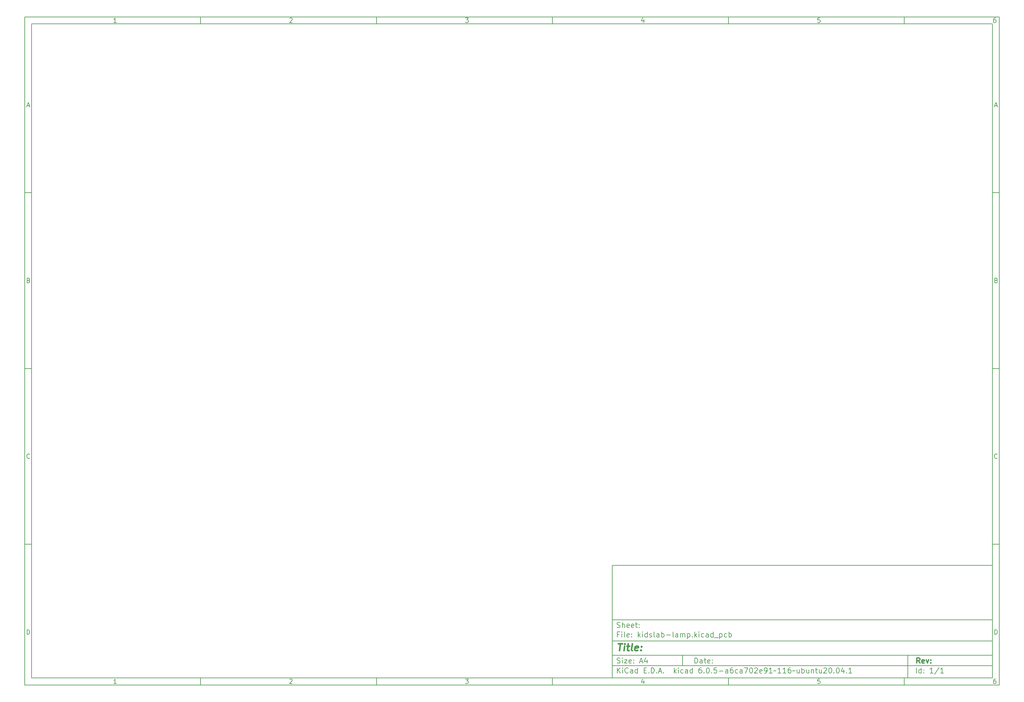
<source format=gbr>
%TF.GenerationSoftware,KiCad,Pcbnew,6.0.5-a6ca702e91~116~ubuntu20.04.1*%
%TF.CreationDate,2022-05-23T12:48:00+02:00*%
%TF.ProjectId,kidslab-lamp,6b696473-6c61-4622-9d6c-616d702e6b69,rev?*%
%TF.SameCoordinates,Original*%
%TF.FileFunction,Paste,Bot*%
%TF.FilePolarity,Positive*%
%FSLAX46Y46*%
G04 Gerber Fmt 4.6, Leading zero omitted, Abs format (unit mm)*
G04 Created by KiCad (PCBNEW 6.0.5-a6ca702e91~116~ubuntu20.04.1) date 2022-05-23 12:48:00*
%MOMM*%
%LPD*%
G01*
G04 APERTURE LIST*
%ADD10C,0.100000*%
%ADD11C,0.150000*%
%ADD12C,0.300000*%
%ADD13C,0.400000*%
G04 APERTURE END LIST*
D10*
D11*
X177002200Y-166007200D02*
X177002200Y-198007200D01*
X285002200Y-198007200D01*
X285002200Y-166007200D01*
X177002200Y-166007200D01*
D10*
D11*
X10000000Y-10000000D02*
X10000000Y-200007200D01*
X287002200Y-200007200D01*
X287002200Y-10000000D01*
X10000000Y-10000000D01*
D10*
D11*
X12000000Y-12000000D02*
X12000000Y-198007200D01*
X285002200Y-198007200D01*
X285002200Y-12000000D01*
X12000000Y-12000000D01*
D10*
D11*
X60000000Y-12000000D02*
X60000000Y-10000000D01*
D10*
D11*
X110000000Y-12000000D02*
X110000000Y-10000000D01*
D10*
D11*
X160000000Y-12000000D02*
X160000000Y-10000000D01*
D10*
D11*
X210000000Y-12000000D02*
X210000000Y-10000000D01*
D10*
D11*
X260000000Y-12000000D02*
X260000000Y-10000000D01*
D10*
D11*
X36065476Y-11588095D02*
X35322619Y-11588095D01*
X35694047Y-11588095D02*
X35694047Y-10288095D01*
X35570238Y-10473809D01*
X35446428Y-10597619D01*
X35322619Y-10659523D01*
D10*
D11*
X85322619Y-10411904D02*
X85384523Y-10350000D01*
X85508333Y-10288095D01*
X85817857Y-10288095D01*
X85941666Y-10350000D01*
X86003571Y-10411904D01*
X86065476Y-10535714D01*
X86065476Y-10659523D01*
X86003571Y-10845238D01*
X85260714Y-11588095D01*
X86065476Y-11588095D01*
D10*
D11*
X135260714Y-10288095D02*
X136065476Y-10288095D01*
X135632142Y-10783333D01*
X135817857Y-10783333D01*
X135941666Y-10845238D01*
X136003571Y-10907142D01*
X136065476Y-11030952D01*
X136065476Y-11340476D01*
X136003571Y-11464285D01*
X135941666Y-11526190D01*
X135817857Y-11588095D01*
X135446428Y-11588095D01*
X135322619Y-11526190D01*
X135260714Y-11464285D01*
D10*
D11*
X185941666Y-10721428D02*
X185941666Y-11588095D01*
X185632142Y-10226190D02*
X185322619Y-11154761D01*
X186127380Y-11154761D01*
D10*
D11*
X236003571Y-10288095D02*
X235384523Y-10288095D01*
X235322619Y-10907142D01*
X235384523Y-10845238D01*
X235508333Y-10783333D01*
X235817857Y-10783333D01*
X235941666Y-10845238D01*
X236003571Y-10907142D01*
X236065476Y-11030952D01*
X236065476Y-11340476D01*
X236003571Y-11464285D01*
X235941666Y-11526190D01*
X235817857Y-11588095D01*
X235508333Y-11588095D01*
X235384523Y-11526190D01*
X235322619Y-11464285D01*
D10*
D11*
X285941666Y-10288095D02*
X285694047Y-10288095D01*
X285570238Y-10350000D01*
X285508333Y-10411904D01*
X285384523Y-10597619D01*
X285322619Y-10845238D01*
X285322619Y-11340476D01*
X285384523Y-11464285D01*
X285446428Y-11526190D01*
X285570238Y-11588095D01*
X285817857Y-11588095D01*
X285941666Y-11526190D01*
X286003571Y-11464285D01*
X286065476Y-11340476D01*
X286065476Y-11030952D01*
X286003571Y-10907142D01*
X285941666Y-10845238D01*
X285817857Y-10783333D01*
X285570238Y-10783333D01*
X285446428Y-10845238D01*
X285384523Y-10907142D01*
X285322619Y-11030952D01*
D10*
D11*
X60000000Y-198007200D02*
X60000000Y-200007200D01*
D10*
D11*
X110000000Y-198007200D02*
X110000000Y-200007200D01*
D10*
D11*
X160000000Y-198007200D02*
X160000000Y-200007200D01*
D10*
D11*
X210000000Y-198007200D02*
X210000000Y-200007200D01*
D10*
D11*
X260000000Y-198007200D02*
X260000000Y-200007200D01*
D10*
D11*
X36065476Y-199595295D02*
X35322619Y-199595295D01*
X35694047Y-199595295D02*
X35694047Y-198295295D01*
X35570238Y-198481009D01*
X35446428Y-198604819D01*
X35322619Y-198666723D01*
D10*
D11*
X85322619Y-198419104D02*
X85384523Y-198357200D01*
X85508333Y-198295295D01*
X85817857Y-198295295D01*
X85941666Y-198357200D01*
X86003571Y-198419104D01*
X86065476Y-198542914D01*
X86065476Y-198666723D01*
X86003571Y-198852438D01*
X85260714Y-199595295D01*
X86065476Y-199595295D01*
D10*
D11*
X135260714Y-198295295D02*
X136065476Y-198295295D01*
X135632142Y-198790533D01*
X135817857Y-198790533D01*
X135941666Y-198852438D01*
X136003571Y-198914342D01*
X136065476Y-199038152D01*
X136065476Y-199347676D01*
X136003571Y-199471485D01*
X135941666Y-199533390D01*
X135817857Y-199595295D01*
X135446428Y-199595295D01*
X135322619Y-199533390D01*
X135260714Y-199471485D01*
D10*
D11*
X185941666Y-198728628D02*
X185941666Y-199595295D01*
X185632142Y-198233390D02*
X185322619Y-199161961D01*
X186127380Y-199161961D01*
D10*
D11*
X236003571Y-198295295D02*
X235384523Y-198295295D01*
X235322619Y-198914342D01*
X235384523Y-198852438D01*
X235508333Y-198790533D01*
X235817857Y-198790533D01*
X235941666Y-198852438D01*
X236003571Y-198914342D01*
X236065476Y-199038152D01*
X236065476Y-199347676D01*
X236003571Y-199471485D01*
X235941666Y-199533390D01*
X235817857Y-199595295D01*
X235508333Y-199595295D01*
X235384523Y-199533390D01*
X235322619Y-199471485D01*
D10*
D11*
X285941666Y-198295295D02*
X285694047Y-198295295D01*
X285570238Y-198357200D01*
X285508333Y-198419104D01*
X285384523Y-198604819D01*
X285322619Y-198852438D01*
X285322619Y-199347676D01*
X285384523Y-199471485D01*
X285446428Y-199533390D01*
X285570238Y-199595295D01*
X285817857Y-199595295D01*
X285941666Y-199533390D01*
X286003571Y-199471485D01*
X286065476Y-199347676D01*
X286065476Y-199038152D01*
X286003571Y-198914342D01*
X285941666Y-198852438D01*
X285817857Y-198790533D01*
X285570238Y-198790533D01*
X285446428Y-198852438D01*
X285384523Y-198914342D01*
X285322619Y-199038152D01*
D10*
D11*
X10000000Y-60000000D02*
X12000000Y-60000000D01*
D10*
D11*
X10000000Y-110000000D02*
X12000000Y-110000000D01*
D10*
D11*
X10000000Y-160000000D02*
X12000000Y-160000000D01*
D10*
D11*
X10690476Y-35216666D02*
X11309523Y-35216666D01*
X10566666Y-35588095D02*
X11000000Y-34288095D01*
X11433333Y-35588095D01*
D10*
D11*
X11092857Y-84907142D02*
X11278571Y-84969047D01*
X11340476Y-85030952D01*
X11402380Y-85154761D01*
X11402380Y-85340476D01*
X11340476Y-85464285D01*
X11278571Y-85526190D01*
X11154761Y-85588095D01*
X10659523Y-85588095D01*
X10659523Y-84288095D01*
X11092857Y-84288095D01*
X11216666Y-84350000D01*
X11278571Y-84411904D01*
X11340476Y-84535714D01*
X11340476Y-84659523D01*
X11278571Y-84783333D01*
X11216666Y-84845238D01*
X11092857Y-84907142D01*
X10659523Y-84907142D01*
D10*
D11*
X11402380Y-135464285D02*
X11340476Y-135526190D01*
X11154761Y-135588095D01*
X11030952Y-135588095D01*
X10845238Y-135526190D01*
X10721428Y-135402380D01*
X10659523Y-135278571D01*
X10597619Y-135030952D01*
X10597619Y-134845238D01*
X10659523Y-134597619D01*
X10721428Y-134473809D01*
X10845238Y-134350000D01*
X11030952Y-134288095D01*
X11154761Y-134288095D01*
X11340476Y-134350000D01*
X11402380Y-134411904D01*
D10*
D11*
X10659523Y-185588095D02*
X10659523Y-184288095D01*
X10969047Y-184288095D01*
X11154761Y-184350000D01*
X11278571Y-184473809D01*
X11340476Y-184597619D01*
X11402380Y-184845238D01*
X11402380Y-185030952D01*
X11340476Y-185278571D01*
X11278571Y-185402380D01*
X11154761Y-185526190D01*
X10969047Y-185588095D01*
X10659523Y-185588095D01*
D10*
D11*
X287002200Y-60000000D02*
X285002200Y-60000000D01*
D10*
D11*
X287002200Y-110000000D02*
X285002200Y-110000000D01*
D10*
D11*
X287002200Y-160000000D02*
X285002200Y-160000000D01*
D10*
D11*
X285692676Y-35216666D02*
X286311723Y-35216666D01*
X285568866Y-35588095D02*
X286002200Y-34288095D01*
X286435533Y-35588095D01*
D10*
D11*
X286095057Y-84907142D02*
X286280771Y-84969047D01*
X286342676Y-85030952D01*
X286404580Y-85154761D01*
X286404580Y-85340476D01*
X286342676Y-85464285D01*
X286280771Y-85526190D01*
X286156961Y-85588095D01*
X285661723Y-85588095D01*
X285661723Y-84288095D01*
X286095057Y-84288095D01*
X286218866Y-84350000D01*
X286280771Y-84411904D01*
X286342676Y-84535714D01*
X286342676Y-84659523D01*
X286280771Y-84783333D01*
X286218866Y-84845238D01*
X286095057Y-84907142D01*
X285661723Y-84907142D01*
D10*
D11*
X286404580Y-135464285D02*
X286342676Y-135526190D01*
X286156961Y-135588095D01*
X286033152Y-135588095D01*
X285847438Y-135526190D01*
X285723628Y-135402380D01*
X285661723Y-135278571D01*
X285599819Y-135030952D01*
X285599819Y-134845238D01*
X285661723Y-134597619D01*
X285723628Y-134473809D01*
X285847438Y-134350000D01*
X286033152Y-134288095D01*
X286156961Y-134288095D01*
X286342676Y-134350000D01*
X286404580Y-134411904D01*
D10*
D11*
X285661723Y-185588095D02*
X285661723Y-184288095D01*
X285971247Y-184288095D01*
X286156961Y-184350000D01*
X286280771Y-184473809D01*
X286342676Y-184597619D01*
X286404580Y-184845238D01*
X286404580Y-185030952D01*
X286342676Y-185278571D01*
X286280771Y-185402380D01*
X286156961Y-185526190D01*
X285971247Y-185588095D01*
X285661723Y-185588095D01*
D10*
D11*
X200434342Y-193785771D02*
X200434342Y-192285771D01*
X200791485Y-192285771D01*
X201005771Y-192357200D01*
X201148628Y-192500057D01*
X201220057Y-192642914D01*
X201291485Y-192928628D01*
X201291485Y-193142914D01*
X201220057Y-193428628D01*
X201148628Y-193571485D01*
X201005771Y-193714342D01*
X200791485Y-193785771D01*
X200434342Y-193785771D01*
X202577200Y-193785771D02*
X202577200Y-193000057D01*
X202505771Y-192857200D01*
X202362914Y-192785771D01*
X202077200Y-192785771D01*
X201934342Y-192857200D01*
X202577200Y-193714342D02*
X202434342Y-193785771D01*
X202077200Y-193785771D01*
X201934342Y-193714342D01*
X201862914Y-193571485D01*
X201862914Y-193428628D01*
X201934342Y-193285771D01*
X202077200Y-193214342D01*
X202434342Y-193214342D01*
X202577200Y-193142914D01*
X203077200Y-192785771D02*
X203648628Y-192785771D01*
X203291485Y-192285771D02*
X203291485Y-193571485D01*
X203362914Y-193714342D01*
X203505771Y-193785771D01*
X203648628Y-193785771D01*
X204720057Y-193714342D02*
X204577200Y-193785771D01*
X204291485Y-193785771D01*
X204148628Y-193714342D01*
X204077200Y-193571485D01*
X204077200Y-193000057D01*
X204148628Y-192857200D01*
X204291485Y-192785771D01*
X204577200Y-192785771D01*
X204720057Y-192857200D01*
X204791485Y-193000057D01*
X204791485Y-193142914D01*
X204077200Y-193285771D01*
X205434342Y-193642914D02*
X205505771Y-193714342D01*
X205434342Y-193785771D01*
X205362914Y-193714342D01*
X205434342Y-193642914D01*
X205434342Y-193785771D01*
X205434342Y-192857200D02*
X205505771Y-192928628D01*
X205434342Y-193000057D01*
X205362914Y-192928628D01*
X205434342Y-192857200D01*
X205434342Y-193000057D01*
D10*
D11*
X177002200Y-194507200D02*
X285002200Y-194507200D01*
D10*
D11*
X178434342Y-196585771D02*
X178434342Y-195085771D01*
X179291485Y-196585771D02*
X178648628Y-195728628D01*
X179291485Y-195085771D02*
X178434342Y-195942914D01*
X179934342Y-196585771D02*
X179934342Y-195585771D01*
X179934342Y-195085771D02*
X179862914Y-195157200D01*
X179934342Y-195228628D01*
X180005771Y-195157200D01*
X179934342Y-195085771D01*
X179934342Y-195228628D01*
X181505771Y-196442914D02*
X181434342Y-196514342D01*
X181220057Y-196585771D01*
X181077200Y-196585771D01*
X180862914Y-196514342D01*
X180720057Y-196371485D01*
X180648628Y-196228628D01*
X180577200Y-195942914D01*
X180577200Y-195728628D01*
X180648628Y-195442914D01*
X180720057Y-195300057D01*
X180862914Y-195157200D01*
X181077200Y-195085771D01*
X181220057Y-195085771D01*
X181434342Y-195157200D01*
X181505771Y-195228628D01*
X182791485Y-196585771D02*
X182791485Y-195800057D01*
X182720057Y-195657200D01*
X182577200Y-195585771D01*
X182291485Y-195585771D01*
X182148628Y-195657200D01*
X182791485Y-196514342D02*
X182648628Y-196585771D01*
X182291485Y-196585771D01*
X182148628Y-196514342D01*
X182077200Y-196371485D01*
X182077200Y-196228628D01*
X182148628Y-196085771D01*
X182291485Y-196014342D01*
X182648628Y-196014342D01*
X182791485Y-195942914D01*
X184148628Y-196585771D02*
X184148628Y-195085771D01*
X184148628Y-196514342D02*
X184005771Y-196585771D01*
X183720057Y-196585771D01*
X183577200Y-196514342D01*
X183505771Y-196442914D01*
X183434342Y-196300057D01*
X183434342Y-195871485D01*
X183505771Y-195728628D01*
X183577200Y-195657200D01*
X183720057Y-195585771D01*
X184005771Y-195585771D01*
X184148628Y-195657200D01*
X186005771Y-195800057D02*
X186505771Y-195800057D01*
X186720057Y-196585771D02*
X186005771Y-196585771D01*
X186005771Y-195085771D01*
X186720057Y-195085771D01*
X187362914Y-196442914D02*
X187434342Y-196514342D01*
X187362914Y-196585771D01*
X187291485Y-196514342D01*
X187362914Y-196442914D01*
X187362914Y-196585771D01*
X188077200Y-196585771D02*
X188077200Y-195085771D01*
X188434342Y-195085771D01*
X188648628Y-195157200D01*
X188791485Y-195300057D01*
X188862914Y-195442914D01*
X188934342Y-195728628D01*
X188934342Y-195942914D01*
X188862914Y-196228628D01*
X188791485Y-196371485D01*
X188648628Y-196514342D01*
X188434342Y-196585771D01*
X188077200Y-196585771D01*
X189577200Y-196442914D02*
X189648628Y-196514342D01*
X189577200Y-196585771D01*
X189505771Y-196514342D01*
X189577200Y-196442914D01*
X189577200Y-196585771D01*
X190220057Y-196157200D02*
X190934342Y-196157200D01*
X190077200Y-196585771D02*
X190577200Y-195085771D01*
X191077200Y-196585771D01*
X191577200Y-196442914D02*
X191648628Y-196514342D01*
X191577200Y-196585771D01*
X191505771Y-196514342D01*
X191577200Y-196442914D01*
X191577200Y-196585771D01*
X194577200Y-196585771D02*
X194577200Y-195085771D01*
X194720057Y-196014342D02*
X195148628Y-196585771D01*
X195148628Y-195585771D02*
X194577200Y-196157200D01*
X195791485Y-196585771D02*
X195791485Y-195585771D01*
X195791485Y-195085771D02*
X195720057Y-195157200D01*
X195791485Y-195228628D01*
X195862914Y-195157200D01*
X195791485Y-195085771D01*
X195791485Y-195228628D01*
X197148628Y-196514342D02*
X197005771Y-196585771D01*
X196720057Y-196585771D01*
X196577200Y-196514342D01*
X196505771Y-196442914D01*
X196434342Y-196300057D01*
X196434342Y-195871485D01*
X196505771Y-195728628D01*
X196577200Y-195657200D01*
X196720057Y-195585771D01*
X197005771Y-195585771D01*
X197148628Y-195657200D01*
X198434342Y-196585771D02*
X198434342Y-195800057D01*
X198362914Y-195657200D01*
X198220057Y-195585771D01*
X197934342Y-195585771D01*
X197791485Y-195657200D01*
X198434342Y-196514342D02*
X198291485Y-196585771D01*
X197934342Y-196585771D01*
X197791485Y-196514342D01*
X197720057Y-196371485D01*
X197720057Y-196228628D01*
X197791485Y-196085771D01*
X197934342Y-196014342D01*
X198291485Y-196014342D01*
X198434342Y-195942914D01*
X199791485Y-196585771D02*
X199791485Y-195085771D01*
X199791485Y-196514342D02*
X199648628Y-196585771D01*
X199362914Y-196585771D01*
X199220057Y-196514342D01*
X199148628Y-196442914D01*
X199077200Y-196300057D01*
X199077200Y-195871485D01*
X199148628Y-195728628D01*
X199220057Y-195657200D01*
X199362914Y-195585771D01*
X199648628Y-195585771D01*
X199791485Y-195657200D01*
X202291485Y-195085771D02*
X202005771Y-195085771D01*
X201862914Y-195157200D01*
X201791485Y-195228628D01*
X201648628Y-195442914D01*
X201577200Y-195728628D01*
X201577200Y-196300057D01*
X201648628Y-196442914D01*
X201720057Y-196514342D01*
X201862914Y-196585771D01*
X202148628Y-196585771D01*
X202291485Y-196514342D01*
X202362914Y-196442914D01*
X202434342Y-196300057D01*
X202434342Y-195942914D01*
X202362914Y-195800057D01*
X202291485Y-195728628D01*
X202148628Y-195657200D01*
X201862914Y-195657200D01*
X201720057Y-195728628D01*
X201648628Y-195800057D01*
X201577200Y-195942914D01*
X203077200Y-196442914D02*
X203148628Y-196514342D01*
X203077200Y-196585771D01*
X203005771Y-196514342D01*
X203077200Y-196442914D01*
X203077200Y-196585771D01*
X204077200Y-195085771D02*
X204220057Y-195085771D01*
X204362914Y-195157200D01*
X204434342Y-195228628D01*
X204505771Y-195371485D01*
X204577200Y-195657200D01*
X204577200Y-196014342D01*
X204505771Y-196300057D01*
X204434342Y-196442914D01*
X204362914Y-196514342D01*
X204220057Y-196585771D01*
X204077200Y-196585771D01*
X203934342Y-196514342D01*
X203862914Y-196442914D01*
X203791485Y-196300057D01*
X203720057Y-196014342D01*
X203720057Y-195657200D01*
X203791485Y-195371485D01*
X203862914Y-195228628D01*
X203934342Y-195157200D01*
X204077200Y-195085771D01*
X205220057Y-196442914D02*
X205291485Y-196514342D01*
X205220057Y-196585771D01*
X205148628Y-196514342D01*
X205220057Y-196442914D01*
X205220057Y-196585771D01*
X206648628Y-195085771D02*
X205934342Y-195085771D01*
X205862914Y-195800057D01*
X205934342Y-195728628D01*
X206077200Y-195657200D01*
X206434342Y-195657200D01*
X206577200Y-195728628D01*
X206648628Y-195800057D01*
X206720057Y-195942914D01*
X206720057Y-196300057D01*
X206648628Y-196442914D01*
X206577200Y-196514342D01*
X206434342Y-196585771D01*
X206077200Y-196585771D01*
X205934342Y-196514342D01*
X205862914Y-196442914D01*
X207362914Y-196014342D02*
X208505771Y-196014342D01*
X209862914Y-196585771D02*
X209862914Y-195800057D01*
X209791485Y-195657200D01*
X209648628Y-195585771D01*
X209362914Y-195585771D01*
X209220057Y-195657200D01*
X209862914Y-196514342D02*
X209720057Y-196585771D01*
X209362914Y-196585771D01*
X209220057Y-196514342D01*
X209148628Y-196371485D01*
X209148628Y-196228628D01*
X209220057Y-196085771D01*
X209362914Y-196014342D01*
X209720057Y-196014342D01*
X209862914Y-195942914D01*
X211220057Y-195085771D02*
X210934342Y-195085771D01*
X210791485Y-195157200D01*
X210720057Y-195228628D01*
X210577200Y-195442914D01*
X210505771Y-195728628D01*
X210505771Y-196300057D01*
X210577200Y-196442914D01*
X210648628Y-196514342D01*
X210791485Y-196585771D01*
X211077200Y-196585771D01*
X211220057Y-196514342D01*
X211291485Y-196442914D01*
X211362914Y-196300057D01*
X211362914Y-195942914D01*
X211291485Y-195800057D01*
X211220057Y-195728628D01*
X211077200Y-195657200D01*
X210791485Y-195657200D01*
X210648628Y-195728628D01*
X210577200Y-195800057D01*
X210505771Y-195942914D01*
X212648628Y-196514342D02*
X212505771Y-196585771D01*
X212220057Y-196585771D01*
X212077200Y-196514342D01*
X212005771Y-196442914D01*
X211934342Y-196300057D01*
X211934342Y-195871485D01*
X212005771Y-195728628D01*
X212077200Y-195657200D01*
X212220057Y-195585771D01*
X212505771Y-195585771D01*
X212648628Y-195657200D01*
X213934342Y-196585771D02*
X213934342Y-195800057D01*
X213862914Y-195657200D01*
X213720057Y-195585771D01*
X213434342Y-195585771D01*
X213291485Y-195657200D01*
X213934342Y-196514342D02*
X213791485Y-196585771D01*
X213434342Y-196585771D01*
X213291485Y-196514342D01*
X213220057Y-196371485D01*
X213220057Y-196228628D01*
X213291485Y-196085771D01*
X213434342Y-196014342D01*
X213791485Y-196014342D01*
X213934342Y-195942914D01*
X214505771Y-195085771D02*
X215505771Y-195085771D01*
X214862914Y-196585771D01*
X216362914Y-195085771D02*
X216505771Y-195085771D01*
X216648628Y-195157200D01*
X216720057Y-195228628D01*
X216791485Y-195371485D01*
X216862914Y-195657200D01*
X216862914Y-196014342D01*
X216791485Y-196300057D01*
X216720057Y-196442914D01*
X216648628Y-196514342D01*
X216505771Y-196585771D01*
X216362914Y-196585771D01*
X216220057Y-196514342D01*
X216148628Y-196442914D01*
X216077200Y-196300057D01*
X216005771Y-196014342D01*
X216005771Y-195657200D01*
X216077200Y-195371485D01*
X216148628Y-195228628D01*
X216220057Y-195157200D01*
X216362914Y-195085771D01*
X217434342Y-195228628D02*
X217505771Y-195157200D01*
X217648628Y-195085771D01*
X218005771Y-195085771D01*
X218148628Y-195157200D01*
X218220057Y-195228628D01*
X218291485Y-195371485D01*
X218291485Y-195514342D01*
X218220057Y-195728628D01*
X217362914Y-196585771D01*
X218291485Y-196585771D01*
X219505771Y-196514342D02*
X219362914Y-196585771D01*
X219077200Y-196585771D01*
X218934342Y-196514342D01*
X218862914Y-196371485D01*
X218862914Y-195800057D01*
X218934342Y-195657200D01*
X219077200Y-195585771D01*
X219362914Y-195585771D01*
X219505771Y-195657200D01*
X219577200Y-195800057D01*
X219577200Y-195942914D01*
X218862914Y-196085771D01*
X220291485Y-196585771D02*
X220577200Y-196585771D01*
X220720057Y-196514342D01*
X220791485Y-196442914D01*
X220934342Y-196228628D01*
X221005771Y-195942914D01*
X221005771Y-195371485D01*
X220934342Y-195228628D01*
X220862914Y-195157200D01*
X220720057Y-195085771D01*
X220434342Y-195085771D01*
X220291485Y-195157200D01*
X220220057Y-195228628D01*
X220148628Y-195371485D01*
X220148628Y-195728628D01*
X220220057Y-195871485D01*
X220291485Y-195942914D01*
X220434342Y-196014342D01*
X220720057Y-196014342D01*
X220862914Y-195942914D01*
X220934342Y-195871485D01*
X221005771Y-195728628D01*
X222434342Y-196585771D02*
X221577199Y-196585771D01*
X222005771Y-196585771D02*
X222005771Y-195085771D01*
X221862914Y-195300057D01*
X221720057Y-195442914D01*
X221577199Y-195514342D01*
X222862914Y-196014342D02*
X222934342Y-195942914D01*
X223077199Y-195871485D01*
X223362914Y-196014342D01*
X223505771Y-195942914D01*
X223577199Y-195871485D01*
X224934342Y-196585771D02*
X224077199Y-196585771D01*
X224505771Y-196585771D02*
X224505771Y-195085771D01*
X224362914Y-195300057D01*
X224220057Y-195442914D01*
X224077199Y-195514342D01*
X226362914Y-196585771D02*
X225505771Y-196585771D01*
X225934342Y-196585771D02*
X225934342Y-195085771D01*
X225791485Y-195300057D01*
X225648628Y-195442914D01*
X225505771Y-195514342D01*
X227648628Y-195085771D02*
X227362914Y-195085771D01*
X227220057Y-195157200D01*
X227148628Y-195228628D01*
X227005771Y-195442914D01*
X226934342Y-195728628D01*
X226934342Y-196300057D01*
X227005771Y-196442914D01*
X227077199Y-196514342D01*
X227220057Y-196585771D01*
X227505771Y-196585771D01*
X227648628Y-196514342D01*
X227720057Y-196442914D01*
X227791485Y-196300057D01*
X227791485Y-195942914D01*
X227720057Y-195800057D01*
X227648628Y-195728628D01*
X227505771Y-195657200D01*
X227220057Y-195657200D01*
X227077199Y-195728628D01*
X227005771Y-195800057D01*
X226934342Y-195942914D01*
X228220057Y-196014342D02*
X228291485Y-195942914D01*
X228434342Y-195871485D01*
X228720057Y-196014342D01*
X228862914Y-195942914D01*
X228934342Y-195871485D01*
X230148628Y-195585771D02*
X230148628Y-196585771D01*
X229505771Y-195585771D02*
X229505771Y-196371485D01*
X229577199Y-196514342D01*
X229720057Y-196585771D01*
X229934342Y-196585771D01*
X230077199Y-196514342D01*
X230148628Y-196442914D01*
X230862914Y-196585771D02*
X230862914Y-195085771D01*
X230862914Y-195657200D02*
X231005771Y-195585771D01*
X231291485Y-195585771D01*
X231434342Y-195657200D01*
X231505771Y-195728628D01*
X231577199Y-195871485D01*
X231577199Y-196300057D01*
X231505771Y-196442914D01*
X231434342Y-196514342D01*
X231291485Y-196585771D01*
X231005771Y-196585771D01*
X230862914Y-196514342D01*
X232862914Y-195585771D02*
X232862914Y-196585771D01*
X232220057Y-195585771D02*
X232220057Y-196371485D01*
X232291485Y-196514342D01*
X232434342Y-196585771D01*
X232648628Y-196585771D01*
X232791485Y-196514342D01*
X232862914Y-196442914D01*
X233577199Y-195585771D02*
X233577199Y-196585771D01*
X233577199Y-195728628D02*
X233648628Y-195657200D01*
X233791485Y-195585771D01*
X234005771Y-195585771D01*
X234148628Y-195657200D01*
X234220057Y-195800057D01*
X234220057Y-196585771D01*
X234720057Y-195585771D02*
X235291485Y-195585771D01*
X234934342Y-195085771D02*
X234934342Y-196371485D01*
X235005771Y-196514342D01*
X235148628Y-196585771D01*
X235291485Y-196585771D01*
X236434342Y-195585771D02*
X236434342Y-196585771D01*
X235791485Y-195585771D02*
X235791485Y-196371485D01*
X235862914Y-196514342D01*
X236005771Y-196585771D01*
X236220057Y-196585771D01*
X236362914Y-196514342D01*
X236434342Y-196442914D01*
X237077199Y-195228628D02*
X237148628Y-195157200D01*
X237291485Y-195085771D01*
X237648628Y-195085771D01*
X237791485Y-195157200D01*
X237862914Y-195228628D01*
X237934342Y-195371485D01*
X237934342Y-195514342D01*
X237862914Y-195728628D01*
X237005771Y-196585771D01*
X237934342Y-196585771D01*
X238862914Y-195085771D02*
X239005771Y-195085771D01*
X239148628Y-195157200D01*
X239220057Y-195228628D01*
X239291485Y-195371485D01*
X239362914Y-195657200D01*
X239362914Y-196014342D01*
X239291485Y-196300057D01*
X239220057Y-196442914D01*
X239148628Y-196514342D01*
X239005771Y-196585771D01*
X238862914Y-196585771D01*
X238720057Y-196514342D01*
X238648628Y-196442914D01*
X238577199Y-196300057D01*
X238505771Y-196014342D01*
X238505771Y-195657200D01*
X238577199Y-195371485D01*
X238648628Y-195228628D01*
X238720057Y-195157200D01*
X238862914Y-195085771D01*
X240005771Y-196442914D02*
X240077199Y-196514342D01*
X240005771Y-196585771D01*
X239934342Y-196514342D01*
X240005771Y-196442914D01*
X240005771Y-196585771D01*
X241005771Y-195085771D02*
X241148628Y-195085771D01*
X241291485Y-195157200D01*
X241362914Y-195228628D01*
X241434342Y-195371485D01*
X241505771Y-195657200D01*
X241505771Y-196014342D01*
X241434342Y-196300057D01*
X241362914Y-196442914D01*
X241291485Y-196514342D01*
X241148628Y-196585771D01*
X241005771Y-196585771D01*
X240862914Y-196514342D01*
X240791485Y-196442914D01*
X240720057Y-196300057D01*
X240648628Y-196014342D01*
X240648628Y-195657200D01*
X240720057Y-195371485D01*
X240791485Y-195228628D01*
X240862914Y-195157200D01*
X241005771Y-195085771D01*
X242791485Y-195585771D02*
X242791485Y-196585771D01*
X242434342Y-195014342D02*
X242077199Y-196085771D01*
X243005771Y-196085771D01*
X243577199Y-196442914D02*
X243648628Y-196514342D01*
X243577199Y-196585771D01*
X243505771Y-196514342D01*
X243577199Y-196442914D01*
X243577199Y-196585771D01*
X245077199Y-196585771D02*
X244220057Y-196585771D01*
X244648628Y-196585771D02*
X244648628Y-195085771D01*
X244505771Y-195300057D01*
X244362914Y-195442914D01*
X244220057Y-195514342D01*
D10*
D11*
X177002200Y-191507200D02*
X285002200Y-191507200D01*
D10*
D12*
X264411485Y-193785771D02*
X263911485Y-193071485D01*
X263554342Y-193785771D02*
X263554342Y-192285771D01*
X264125771Y-192285771D01*
X264268628Y-192357200D01*
X264340057Y-192428628D01*
X264411485Y-192571485D01*
X264411485Y-192785771D01*
X264340057Y-192928628D01*
X264268628Y-193000057D01*
X264125771Y-193071485D01*
X263554342Y-193071485D01*
X265625771Y-193714342D02*
X265482914Y-193785771D01*
X265197200Y-193785771D01*
X265054342Y-193714342D01*
X264982914Y-193571485D01*
X264982914Y-193000057D01*
X265054342Y-192857200D01*
X265197200Y-192785771D01*
X265482914Y-192785771D01*
X265625771Y-192857200D01*
X265697200Y-193000057D01*
X265697200Y-193142914D01*
X264982914Y-193285771D01*
X266197200Y-192785771D02*
X266554342Y-193785771D01*
X266911485Y-192785771D01*
X267482914Y-193642914D02*
X267554342Y-193714342D01*
X267482914Y-193785771D01*
X267411485Y-193714342D01*
X267482914Y-193642914D01*
X267482914Y-193785771D01*
X267482914Y-192857200D02*
X267554342Y-192928628D01*
X267482914Y-193000057D01*
X267411485Y-192928628D01*
X267482914Y-192857200D01*
X267482914Y-193000057D01*
D10*
D11*
X178362914Y-193714342D02*
X178577200Y-193785771D01*
X178934342Y-193785771D01*
X179077200Y-193714342D01*
X179148628Y-193642914D01*
X179220057Y-193500057D01*
X179220057Y-193357200D01*
X179148628Y-193214342D01*
X179077200Y-193142914D01*
X178934342Y-193071485D01*
X178648628Y-193000057D01*
X178505771Y-192928628D01*
X178434342Y-192857200D01*
X178362914Y-192714342D01*
X178362914Y-192571485D01*
X178434342Y-192428628D01*
X178505771Y-192357200D01*
X178648628Y-192285771D01*
X179005771Y-192285771D01*
X179220057Y-192357200D01*
X179862914Y-193785771D02*
X179862914Y-192785771D01*
X179862914Y-192285771D02*
X179791485Y-192357200D01*
X179862914Y-192428628D01*
X179934342Y-192357200D01*
X179862914Y-192285771D01*
X179862914Y-192428628D01*
X180434342Y-192785771D02*
X181220057Y-192785771D01*
X180434342Y-193785771D01*
X181220057Y-193785771D01*
X182362914Y-193714342D02*
X182220057Y-193785771D01*
X181934342Y-193785771D01*
X181791485Y-193714342D01*
X181720057Y-193571485D01*
X181720057Y-193000057D01*
X181791485Y-192857200D01*
X181934342Y-192785771D01*
X182220057Y-192785771D01*
X182362914Y-192857200D01*
X182434342Y-193000057D01*
X182434342Y-193142914D01*
X181720057Y-193285771D01*
X183077200Y-193642914D02*
X183148628Y-193714342D01*
X183077200Y-193785771D01*
X183005771Y-193714342D01*
X183077200Y-193642914D01*
X183077200Y-193785771D01*
X183077200Y-192857200D02*
X183148628Y-192928628D01*
X183077200Y-193000057D01*
X183005771Y-192928628D01*
X183077200Y-192857200D01*
X183077200Y-193000057D01*
X184862914Y-193357200D02*
X185577200Y-193357200D01*
X184720057Y-193785771D02*
X185220057Y-192285771D01*
X185720057Y-193785771D01*
X186862914Y-192785771D02*
X186862914Y-193785771D01*
X186505771Y-192214342D02*
X186148628Y-193285771D01*
X187077200Y-193285771D01*
D10*
D11*
X263434342Y-196585771D02*
X263434342Y-195085771D01*
X264791485Y-196585771D02*
X264791485Y-195085771D01*
X264791485Y-196514342D02*
X264648628Y-196585771D01*
X264362914Y-196585771D01*
X264220057Y-196514342D01*
X264148628Y-196442914D01*
X264077200Y-196300057D01*
X264077200Y-195871485D01*
X264148628Y-195728628D01*
X264220057Y-195657200D01*
X264362914Y-195585771D01*
X264648628Y-195585771D01*
X264791485Y-195657200D01*
X265505771Y-196442914D02*
X265577200Y-196514342D01*
X265505771Y-196585771D01*
X265434342Y-196514342D01*
X265505771Y-196442914D01*
X265505771Y-196585771D01*
X265505771Y-195657200D02*
X265577200Y-195728628D01*
X265505771Y-195800057D01*
X265434342Y-195728628D01*
X265505771Y-195657200D01*
X265505771Y-195800057D01*
X268148628Y-196585771D02*
X267291485Y-196585771D01*
X267720057Y-196585771D02*
X267720057Y-195085771D01*
X267577200Y-195300057D01*
X267434342Y-195442914D01*
X267291485Y-195514342D01*
X269862914Y-195014342D02*
X268577200Y-196942914D01*
X271148628Y-196585771D02*
X270291485Y-196585771D01*
X270720057Y-196585771D02*
X270720057Y-195085771D01*
X270577200Y-195300057D01*
X270434342Y-195442914D01*
X270291485Y-195514342D01*
D10*
D11*
X177002200Y-187507200D02*
X285002200Y-187507200D01*
D10*
D13*
X178714580Y-188211961D02*
X179857438Y-188211961D01*
X179036009Y-190211961D02*
X179286009Y-188211961D01*
X180274104Y-190211961D02*
X180440771Y-188878628D01*
X180524104Y-188211961D02*
X180416961Y-188307200D01*
X180500295Y-188402438D01*
X180607438Y-188307200D01*
X180524104Y-188211961D01*
X180500295Y-188402438D01*
X181107438Y-188878628D02*
X181869342Y-188878628D01*
X181476485Y-188211961D02*
X181262200Y-189926247D01*
X181333628Y-190116723D01*
X181512200Y-190211961D01*
X181702676Y-190211961D01*
X182655057Y-190211961D02*
X182476485Y-190116723D01*
X182405057Y-189926247D01*
X182619342Y-188211961D01*
X184190771Y-190116723D02*
X183988390Y-190211961D01*
X183607438Y-190211961D01*
X183428866Y-190116723D01*
X183357438Y-189926247D01*
X183452676Y-189164342D01*
X183571723Y-188973866D01*
X183774104Y-188878628D01*
X184155057Y-188878628D01*
X184333628Y-188973866D01*
X184405057Y-189164342D01*
X184381247Y-189354819D01*
X183405057Y-189545295D01*
X185155057Y-190021485D02*
X185238390Y-190116723D01*
X185131247Y-190211961D01*
X185047914Y-190116723D01*
X185155057Y-190021485D01*
X185131247Y-190211961D01*
X185286009Y-188973866D02*
X185369342Y-189069104D01*
X185262200Y-189164342D01*
X185178866Y-189069104D01*
X185286009Y-188973866D01*
X185262200Y-189164342D01*
D10*
D11*
X178934342Y-185600057D02*
X178434342Y-185600057D01*
X178434342Y-186385771D02*
X178434342Y-184885771D01*
X179148628Y-184885771D01*
X179720057Y-186385771D02*
X179720057Y-185385771D01*
X179720057Y-184885771D02*
X179648628Y-184957200D01*
X179720057Y-185028628D01*
X179791485Y-184957200D01*
X179720057Y-184885771D01*
X179720057Y-185028628D01*
X180648628Y-186385771D02*
X180505771Y-186314342D01*
X180434342Y-186171485D01*
X180434342Y-184885771D01*
X181791485Y-186314342D02*
X181648628Y-186385771D01*
X181362914Y-186385771D01*
X181220057Y-186314342D01*
X181148628Y-186171485D01*
X181148628Y-185600057D01*
X181220057Y-185457200D01*
X181362914Y-185385771D01*
X181648628Y-185385771D01*
X181791485Y-185457200D01*
X181862914Y-185600057D01*
X181862914Y-185742914D01*
X181148628Y-185885771D01*
X182505771Y-186242914D02*
X182577200Y-186314342D01*
X182505771Y-186385771D01*
X182434342Y-186314342D01*
X182505771Y-186242914D01*
X182505771Y-186385771D01*
X182505771Y-185457200D02*
X182577200Y-185528628D01*
X182505771Y-185600057D01*
X182434342Y-185528628D01*
X182505771Y-185457200D01*
X182505771Y-185600057D01*
X184362914Y-186385771D02*
X184362914Y-184885771D01*
X184505771Y-185814342D02*
X184934342Y-186385771D01*
X184934342Y-185385771D02*
X184362914Y-185957200D01*
X185577200Y-186385771D02*
X185577200Y-185385771D01*
X185577200Y-184885771D02*
X185505771Y-184957200D01*
X185577200Y-185028628D01*
X185648628Y-184957200D01*
X185577200Y-184885771D01*
X185577200Y-185028628D01*
X186934342Y-186385771D02*
X186934342Y-184885771D01*
X186934342Y-186314342D02*
X186791485Y-186385771D01*
X186505771Y-186385771D01*
X186362914Y-186314342D01*
X186291485Y-186242914D01*
X186220057Y-186100057D01*
X186220057Y-185671485D01*
X186291485Y-185528628D01*
X186362914Y-185457200D01*
X186505771Y-185385771D01*
X186791485Y-185385771D01*
X186934342Y-185457200D01*
X187577200Y-186314342D02*
X187720057Y-186385771D01*
X188005771Y-186385771D01*
X188148628Y-186314342D01*
X188220057Y-186171485D01*
X188220057Y-186100057D01*
X188148628Y-185957200D01*
X188005771Y-185885771D01*
X187791485Y-185885771D01*
X187648628Y-185814342D01*
X187577200Y-185671485D01*
X187577200Y-185600057D01*
X187648628Y-185457200D01*
X187791485Y-185385771D01*
X188005771Y-185385771D01*
X188148628Y-185457200D01*
X189077200Y-186385771D02*
X188934342Y-186314342D01*
X188862914Y-186171485D01*
X188862914Y-184885771D01*
X190291485Y-186385771D02*
X190291485Y-185600057D01*
X190220057Y-185457200D01*
X190077200Y-185385771D01*
X189791485Y-185385771D01*
X189648628Y-185457200D01*
X190291485Y-186314342D02*
X190148628Y-186385771D01*
X189791485Y-186385771D01*
X189648628Y-186314342D01*
X189577200Y-186171485D01*
X189577200Y-186028628D01*
X189648628Y-185885771D01*
X189791485Y-185814342D01*
X190148628Y-185814342D01*
X190291485Y-185742914D01*
X191005771Y-186385771D02*
X191005771Y-184885771D01*
X191005771Y-185457200D02*
X191148628Y-185385771D01*
X191434342Y-185385771D01*
X191577200Y-185457200D01*
X191648628Y-185528628D01*
X191720057Y-185671485D01*
X191720057Y-186100057D01*
X191648628Y-186242914D01*
X191577200Y-186314342D01*
X191434342Y-186385771D01*
X191148628Y-186385771D01*
X191005771Y-186314342D01*
X192362914Y-185814342D02*
X193505771Y-185814342D01*
X194434342Y-186385771D02*
X194291485Y-186314342D01*
X194220057Y-186171485D01*
X194220057Y-184885771D01*
X195648628Y-186385771D02*
X195648628Y-185600057D01*
X195577200Y-185457200D01*
X195434342Y-185385771D01*
X195148628Y-185385771D01*
X195005771Y-185457200D01*
X195648628Y-186314342D02*
X195505771Y-186385771D01*
X195148628Y-186385771D01*
X195005771Y-186314342D01*
X194934342Y-186171485D01*
X194934342Y-186028628D01*
X195005771Y-185885771D01*
X195148628Y-185814342D01*
X195505771Y-185814342D01*
X195648628Y-185742914D01*
X196362914Y-186385771D02*
X196362914Y-185385771D01*
X196362914Y-185528628D02*
X196434342Y-185457200D01*
X196577200Y-185385771D01*
X196791485Y-185385771D01*
X196934342Y-185457200D01*
X197005771Y-185600057D01*
X197005771Y-186385771D01*
X197005771Y-185600057D02*
X197077200Y-185457200D01*
X197220057Y-185385771D01*
X197434342Y-185385771D01*
X197577200Y-185457200D01*
X197648628Y-185600057D01*
X197648628Y-186385771D01*
X198362914Y-185385771D02*
X198362914Y-186885771D01*
X198362914Y-185457200D02*
X198505771Y-185385771D01*
X198791485Y-185385771D01*
X198934342Y-185457200D01*
X199005771Y-185528628D01*
X199077200Y-185671485D01*
X199077200Y-186100057D01*
X199005771Y-186242914D01*
X198934342Y-186314342D01*
X198791485Y-186385771D01*
X198505771Y-186385771D01*
X198362914Y-186314342D01*
X199720057Y-186242914D02*
X199791485Y-186314342D01*
X199720057Y-186385771D01*
X199648628Y-186314342D01*
X199720057Y-186242914D01*
X199720057Y-186385771D01*
X200434342Y-186385771D02*
X200434342Y-184885771D01*
X200577200Y-185814342D02*
X201005771Y-186385771D01*
X201005771Y-185385771D02*
X200434342Y-185957200D01*
X201648628Y-186385771D02*
X201648628Y-185385771D01*
X201648628Y-184885771D02*
X201577200Y-184957200D01*
X201648628Y-185028628D01*
X201720057Y-184957200D01*
X201648628Y-184885771D01*
X201648628Y-185028628D01*
X203005771Y-186314342D02*
X202862914Y-186385771D01*
X202577200Y-186385771D01*
X202434342Y-186314342D01*
X202362914Y-186242914D01*
X202291485Y-186100057D01*
X202291485Y-185671485D01*
X202362914Y-185528628D01*
X202434342Y-185457200D01*
X202577200Y-185385771D01*
X202862914Y-185385771D01*
X203005771Y-185457200D01*
X204291485Y-186385771D02*
X204291485Y-185600057D01*
X204220057Y-185457200D01*
X204077200Y-185385771D01*
X203791485Y-185385771D01*
X203648628Y-185457200D01*
X204291485Y-186314342D02*
X204148628Y-186385771D01*
X203791485Y-186385771D01*
X203648628Y-186314342D01*
X203577200Y-186171485D01*
X203577200Y-186028628D01*
X203648628Y-185885771D01*
X203791485Y-185814342D01*
X204148628Y-185814342D01*
X204291485Y-185742914D01*
X205648628Y-186385771D02*
X205648628Y-184885771D01*
X205648628Y-186314342D02*
X205505771Y-186385771D01*
X205220057Y-186385771D01*
X205077200Y-186314342D01*
X205005771Y-186242914D01*
X204934342Y-186100057D01*
X204934342Y-185671485D01*
X205005771Y-185528628D01*
X205077200Y-185457200D01*
X205220057Y-185385771D01*
X205505771Y-185385771D01*
X205648628Y-185457200D01*
X206005771Y-186528628D02*
X207148628Y-186528628D01*
X207505771Y-185385771D02*
X207505771Y-186885771D01*
X207505771Y-185457200D02*
X207648628Y-185385771D01*
X207934342Y-185385771D01*
X208077200Y-185457200D01*
X208148628Y-185528628D01*
X208220057Y-185671485D01*
X208220057Y-186100057D01*
X208148628Y-186242914D01*
X208077200Y-186314342D01*
X207934342Y-186385771D01*
X207648628Y-186385771D01*
X207505771Y-186314342D01*
X209505771Y-186314342D02*
X209362914Y-186385771D01*
X209077200Y-186385771D01*
X208934342Y-186314342D01*
X208862914Y-186242914D01*
X208791485Y-186100057D01*
X208791485Y-185671485D01*
X208862914Y-185528628D01*
X208934342Y-185457200D01*
X209077200Y-185385771D01*
X209362914Y-185385771D01*
X209505771Y-185457200D01*
X210148628Y-186385771D02*
X210148628Y-184885771D01*
X210148628Y-185457200D02*
X210291485Y-185385771D01*
X210577200Y-185385771D01*
X210720057Y-185457200D01*
X210791485Y-185528628D01*
X210862914Y-185671485D01*
X210862914Y-186100057D01*
X210791485Y-186242914D01*
X210720057Y-186314342D01*
X210577200Y-186385771D01*
X210291485Y-186385771D01*
X210148628Y-186314342D01*
D10*
D11*
X177002200Y-181507200D02*
X285002200Y-181507200D01*
D10*
D11*
X178362914Y-183614342D02*
X178577200Y-183685771D01*
X178934342Y-183685771D01*
X179077200Y-183614342D01*
X179148628Y-183542914D01*
X179220057Y-183400057D01*
X179220057Y-183257200D01*
X179148628Y-183114342D01*
X179077200Y-183042914D01*
X178934342Y-182971485D01*
X178648628Y-182900057D01*
X178505771Y-182828628D01*
X178434342Y-182757200D01*
X178362914Y-182614342D01*
X178362914Y-182471485D01*
X178434342Y-182328628D01*
X178505771Y-182257200D01*
X178648628Y-182185771D01*
X179005771Y-182185771D01*
X179220057Y-182257200D01*
X179862914Y-183685771D02*
X179862914Y-182185771D01*
X180505771Y-183685771D02*
X180505771Y-182900057D01*
X180434342Y-182757200D01*
X180291485Y-182685771D01*
X180077200Y-182685771D01*
X179934342Y-182757200D01*
X179862914Y-182828628D01*
X181791485Y-183614342D02*
X181648628Y-183685771D01*
X181362914Y-183685771D01*
X181220057Y-183614342D01*
X181148628Y-183471485D01*
X181148628Y-182900057D01*
X181220057Y-182757200D01*
X181362914Y-182685771D01*
X181648628Y-182685771D01*
X181791485Y-182757200D01*
X181862914Y-182900057D01*
X181862914Y-183042914D01*
X181148628Y-183185771D01*
X183077200Y-183614342D02*
X182934342Y-183685771D01*
X182648628Y-183685771D01*
X182505771Y-183614342D01*
X182434342Y-183471485D01*
X182434342Y-182900057D01*
X182505771Y-182757200D01*
X182648628Y-182685771D01*
X182934342Y-182685771D01*
X183077200Y-182757200D01*
X183148628Y-182900057D01*
X183148628Y-183042914D01*
X182434342Y-183185771D01*
X183577200Y-182685771D02*
X184148628Y-182685771D01*
X183791485Y-182185771D02*
X183791485Y-183471485D01*
X183862914Y-183614342D01*
X184005771Y-183685771D01*
X184148628Y-183685771D01*
X184648628Y-183542914D02*
X184720057Y-183614342D01*
X184648628Y-183685771D01*
X184577200Y-183614342D01*
X184648628Y-183542914D01*
X184648628Y-183685771D01*
X184648628Y-182757200D02*
X184720057Y-182828628D01*
X184648628Y-182900057D01*
X184577200Y-182828628D01*
X184648628Y-182757200D01*
X184648628Y-182900057D01*
D10*
D12*
D10*
D11*
D10*
D11*
D10*
D11*
D10*
D11*
D10*
D11*
X197002200Y-191507200D02*
X197002200Y-194507200D01*
D10*
D11*
X261002200Y-191507200D02*
X261002200Y-198007200D01*
M02*

</source>
